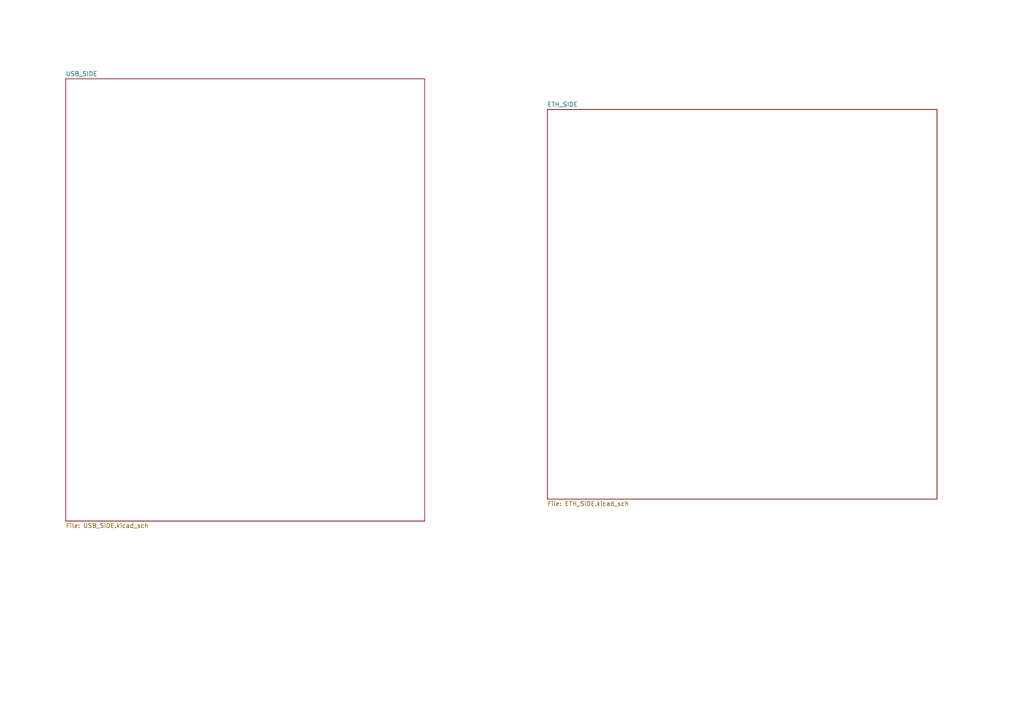
<source format=kicad_sch>
(kicad_sch
	(version 20231120)
	(generator "eeschema")
	(generator_version "8.0")
	(uuid "d77d37fa-bfdc-44bb-83cc-90773a88d214")
	(paper "A4")
	(lib_symbols)
	(sheet
		(at 158.75 31.75)
		(size 113.03 113.03)
		(fields_autoplaced yes)
		(stroke
			(width 0.1524)
			(type solid)
		)
		(fill
			(color 0 0 0 0.0000)
		)
		(uuid "0a9cb67f-25c5-4666-b67f-a9781d94061d")
		(property "Sheetname" "ETH_SIDE"
			(at 158.75 31.0384 0)
			(effects
				(font
					(size 1.27 1.27)
				)
				(justify left bottom)
			)
		)
		(property "Sheetfile" "ETH_SIDE.kicad_sch"
			(at 158.75 145.3646 0)
			(effects
				(font
					(size 1.27 1.27)
				)
				(justify left top)
			)
		)
		(instances
			(project "design_revb_2chip"
				(path "/d77d37fa-bfdc-44bb-83cc-90773a88d214"
					(page "3")
				)
			)
		)
	)
	(sheet
		(at 19.05 22.86)
		(size 104.14 128.27)
		(fields_autoplaced yes)
		(stroke
			(width 0.1524)
			(type solid)
		)
		(fill
			(color 0 0 0 0.0000)
		)
		(uuid "d6ebc853-159d-43b4-8a12-21de60fcebb4")
		(property "Sheetname" "USB_SIDE"
			(at 19.05 22.1484 0)
			(effects
				(font
					(size 1.27 1.27)
				)
				(justify left bottom)
			)
		)
		(property "Sheetfile" "USB_SIDE.kicad_sch"
			(at 19.05 151.7146 0)
			(effects
				(font
					(size 1.27 1.27)
				)
				(justify left top)
			)
		)
		(instances
			(project "design_revb_2chip"
				(path "/d77d37fa-bfdc-44bb-83cc-90773a88d214"
					(page "2")
				)
			)
		)
	)
	(sheet_instances
		(path "/"
			(page "1")
		)
	)
)

</source>
